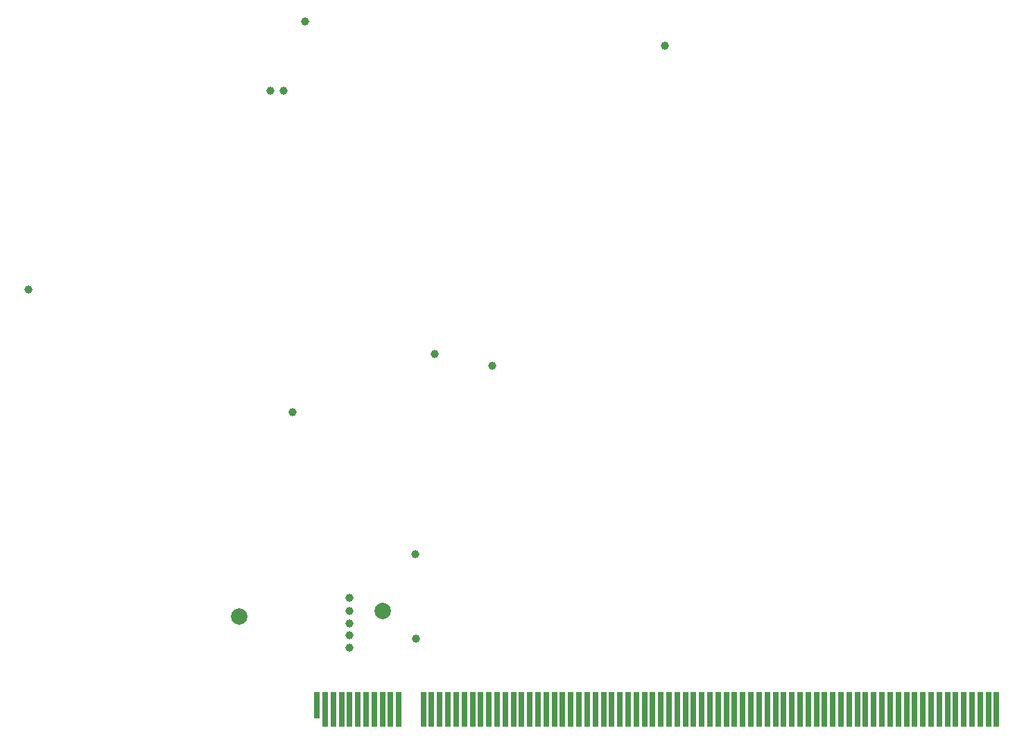
<source format=gbp>
G04*
G04 #@! TF.GenerationSoftware,Altium Limited,Altium Designer,25.2.1 (25)*
G04*
G04 Layer_Color=128*
%FSLAX44Y44*%
%MOMM*%
G71*
G04*
G04 #@! TF.SameCoordinates,1675D247-2589-475D-A358-125397F96DBE*
G04*
G04*
G04 #@! TF.FilePolarity,Positive*
G04*
G01*
G75*
%ADD50R,0.7000X4.2000*%
%ADD51R,0.7000X3.2000*%
%ADD119C,1.0000*%
%ADD120C,2.0000*%
D50*
X990000Y35000D02*
D03*
X980000D02*
D03*
X1000000D02*
D03*
X960000D02*
D03*
X970000D02*
D03*
X1040000D02*
D03*
X1030000D02*
D03*
X1050000D02*
D03*
X1020000D02*
D03*
X1010000D02*
D03*
X880000D02*
D03*
X890000D02*
D03*
X900000D02*
D03*
X860000D02*
D03*
X870000D02*
D03*
X930000D02*
D03*
X940000D02*
D03*
X950000D02*
D03*
X910000D02*
D03*
X920000D02*
D03*
X1180000D02*
D03*
X1200000D02*
D03*
X1190000D02*
D03*
X1150000D02*
D03*
X1170000D02*
D03*
X1160000D02*
D03*
X1240000D02*
D03*
X1230000D02*
D03*
X1250000D02*
D03*
X1210000D02*
D03*
X1220000D02*
D03*
X1080000D02*
D03*
X1090000D02*
D03*
X1060000D02*
D03*
X850000D02*
D03*
X1070000D02*
D03*
X1130000D02*
D03*
X1140000D02*
D03*
X1110000D02*
D03*
X1100000D02*
D03*
X1120000D02*
D03*
X580000D02*
D03*
X570000D02*
D03*
X590000D02*
D03*
X550000D02*
D03*
X520000D02*
D03*
X560000D02*
D03*
X630000D02*
D03*
X640000D02*
D03*
X600000D02*
D03*
X620000D02*
D03*
X610000D02*
D03*
X450000D02*
D03*
X460000D02*
D03*
X430000D02*
D03*
X440000D02*
D03*
X510000D02*
D03*
X500000D02*
D03*
X480000D02*
D03*
X470000D02*
D03*
X490000D02*
D03*
X770000D02*
D03*
X790000D02*
D03*
X780000D02*
D03*
X750000D02*
D03*
X740000D02*
D03*
X760000D02*
D03*
X830000D02*
D03*
X820000D02*
D03*
X840000D02*
D03*
X810000D02*
D03*
X800000D02*
D03*
X670000D02*
D03*
X660000D02*
D03*
X680000D02*
D03*
X650000D02*
D03*
X720000D02*
D03*
X730000D02*
D03*
X700000D02*
D03*
X690000D02*
D03*
X710000D02*
D03*
D51*
X420000Y40000D02*
D03*
D119*
X460000Y171000D02*
D03*
X390000Y398000D02*
D03*
X845000Y846000D02*
D03*
X540000Y224000D02*
D03*
X541000Y121000D02*
D03*
X460000Y155000D02*
D03*
Y140000D02*
D03*
Y125000D02*
D03*
Y110000D02*
D03*
X564000Y469000D02*
D03*
X634000Y455000D02*
D03*
X405736Y875264D02*
D03*
X67750Y548000D02*
D03*
X379000Y791000D02*
D03*
X363000D02*
D03*
D120*
X325000Y148000D02*
D03*
X500000Y155000D02*
D03*
M02*

</source>
